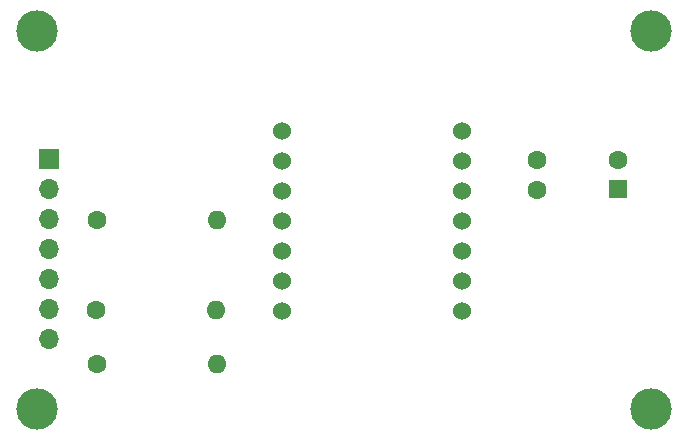
<source format=gbr>
G04 #@! TF.GenerationSoftware,KiCad,Pcbnew,9.0.0*
G04 #@! TF.CreationDate,2025-05-09T14:24:40+09:00*
G04 #@! TF.ProjectId,magnet_module,6d61676e-6574-45f6-9d6f-64756c652e6b,rev?*
G04 #@! TF.SameCoordinates,Original*
G04 #@! TF.FileFunction,Soldermask,Bot*
G04 #@! TF.FilePolarity,Negative*
%FSLAX46Y46*%
G04 Gerber Fmt 4.6, Leading zero omitted, Abs format (unit mm)*
G04 Created by KiCad (PCBNEW 9.0.0) date 2025-05-09 14:24:40*
%MOMM*%
%LPD*%
G01*
G04 APERTURE LIST*
%ADD10C,3.500000*%
%ADD11C,1.600000*%
%ADD12O,1.600000X1.600000*%
%ADD13R,1.700000X1.700000*%
%ADD14O,1.700000X1.700000*%
%ADD15R,1.600000X1.600000*%
%ADD16C,1.524000*%
G04 APERTURE END LIST*
D10*
G04 #@! TO.C,REF\u002A\u002A*
X104000000Y-96000000D03*
G04 #@! TD*
G04 #@! TO.C,REF\u002A\u002A*
X156000000Y-96000000D03*
G04 #@! TD*
G04 #@! TO.C,REF\u002A\u002A*
X156000000Y-64000000D03*
G04 #@! TD*
G04 #@! TO.C,REF\u002A\u002A*
X104000000Y-64008000D03*
G04 #@! TD*
D11*
G04 #@! TO.C,R1*
X109110225Y-80010000D03*
D12*
X119270225Y-80010000D03*
G04 #@! TD*
D11*
G04 #@! TO.C,R3*
X109110225Y-92202000D03*
D12*
X119270225Y-92202000D03*
G04 #@! TD*
D13*
G04 #@! TO.C,J1*
X105000000Y-74840000D03*
D14*
X105000000Y-77380000D03*
X105000000Y-79920000D03*
X105000000Y-82460000D03*
X105000000Y-85000000D03*
X105000000Y-87540000D03*
X105000000Y-90080000D03*
G04 #@! TD*
D11*
G04 #@! TO.C,C1*
X146304000Y-74950000D03*
X146304000Y-77450000D03*
G04 #@! TD*
D15*
G04 #@! TO.C,C2*
X153162000Y-77405113D03*
D11*
X153162000Y-74905113D03*
G04 #@! TD*
G04 #@! TO.C,R2*
X108966000Y-87630000D03*
D12*
X119126000Y-87630000D03*
G04 #@! TD*
D16*
G04 #@! TO.C,U1*
X124760000Y-72500000D03*
X124760000Y-75040000D03*
X124760000Y-77580000D03*
X124760000Y-80120000D03*
X124760000Y-82660000D03*
X124760000Y-85200000D03*
X124760000Y-87740000D03*
X140000000Y-87740000D03*
X140000000Y-85200000D03*
X140000000Y-82660000D03*
X140000000Y-80120000D03*
X140000000Y-77580000D03*
X140000000Y-75040000D03*
X140000000Y-72500000D03*
G04 #@! TD*
M02*

</source>
